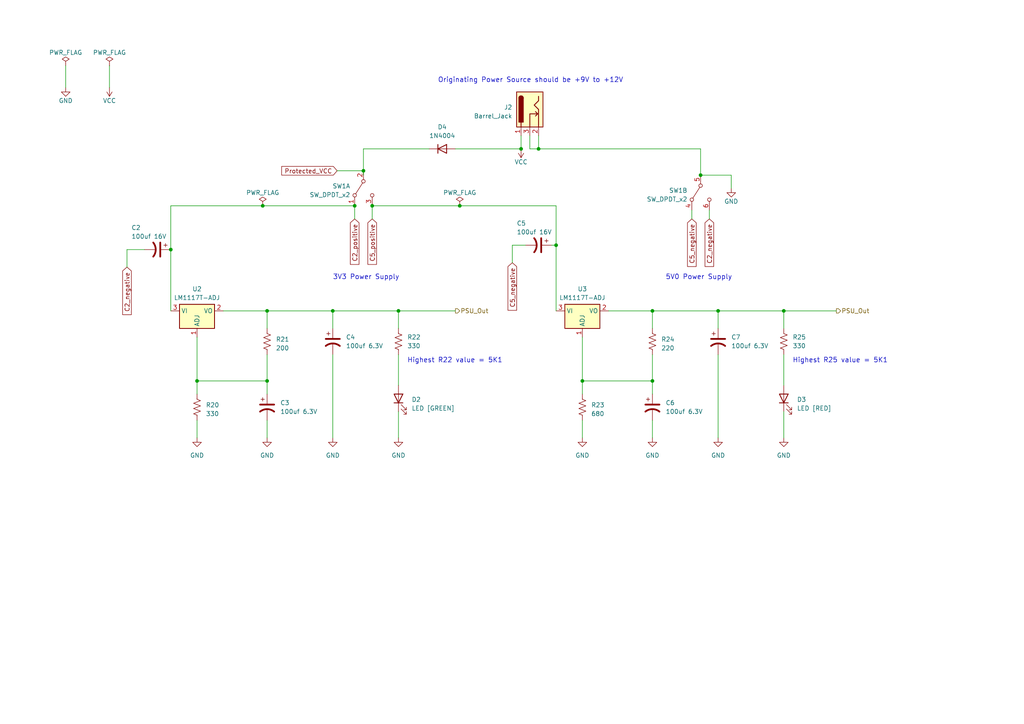
<source format=kicad_sch>
(kicad_sch (version 20230121) (generator eeschema)
  (paper "A4")
  (title_block (title "JTAG - Wiggler (Dual Power Supply Section)") (date "2023-06-04") (rev "1.2") (company "Clarissa Walker"))
  (lib_symbols
    (symbol "Connector:Barrel_Jack_Switch" (pin_names hide)
      (property "Reference" "J" (at 0 5.334 0))
      (property "Value" "Barrel_Jack_Switch" (at 0 -5.08 0))
      (symbol "Barrel_Jack_Switch_0_1"
        (rectangle (start -5.08 3.81) (end 5.08 -3.81) (stroke (width 0.254)) (fill (type background)))
        (arc (start -3.302 3.175) (mid -3.9343 2.54) (end -3.302 1.905) (stroke (width 0.254)))
        (arc (start -3.302 3.175) (mid -3.9343 2.54) (end -3.302 1.905) (stroke (width 0.254)) (fill (type outline)))
        (polyline (pts (xy 1.27 -2.286) (xy 1.905 -1.651)) (stroke (width 0.254)))
        (polyline (pts (xy 5.08 2.54) (xy 3.81 2.54)) (stroke (width 0.254)))
        (polyline (pts (xy 5.08 0) (xy 1.27 0) (xy 1.27 -2.286) (xy 0.635 -1.651)) (stroke (width 0.254)))
        (polyline (pts (xy -3.81 -2.54) (xy -2.54 -2.54) (xy -1.27 -1.27) (xy 0 -2.54) (xy 2.54 -2.54) (xy 5.08 -2.54)) (stroke (width 0.254)))
        (rectangle (start 3.683 3.175) (end -3.302 1.905) (stroke (width 0.254)) (fill (type outline)))
      )
      (symbol "Barrel_Jack_Switch_1_1"
        (pin passive line (at 7.62 2.54 180) (length 2.54) (name "~") (number "1"))
        (pin passive line (at 7.62 -2.54 180) (length 2.54) (name "~") (number "2"))
        (pin passive line (at 7.62 0 180) (length 2.54) (name "~") (number "3"))
      )
    )
    (symbol "Device:C_Polarized_US" (pin_numbers hide) (pin_names (offset 0.254) hide)
      (property "Reference" "C" (at 0.635 2.54 0))
      (property "Value" "C_Polarized_US" (at 0.635 -2.54 0))
      (symbol "C_Polarized_US_0_1"
        (polyline (pts (xy -2.032 0.762) (xy 2.032 0.762)) (stroke (width 0.508)))
        (polyline (pts (xy -1.778 2.286) (xy -0.762 2.286)))
        (polyline (pts (xy -1.27 1.778) (xy -1.27 2.794)))
        (arc (start 2.032 -1.27) (mid 0 -0.5572) (end -2.032 -1.27) (stroke (width 0.508)))
      )
      (symbol "C_Polarized_US_1_1"
        (pin passive line (at 0 3.81 270) (length 2.794) (name "~") (number "1"))
        (pin passive line (at 0 -3.81 90) (length 3.302) (name "~") (number "2"))
      )
    )
    (symbol "Device:LED" (pin_numbers hide) (pin_names (offset 1.016) hide)
      (property "Reference" "D" (at 0 2.54 0))
      (property "Value" "LED" (at 0 -2.54 0))
      (symbol "LED_0_1"
        (polyline (pts (xy -1.27 -1.27) (xy -1.27 1.27)) (stroke (width 0.254)))
        (polyline (pts (xy -1.27 0) (xy 1.27 0)))
        (polyline (pts (xy 1.27 -1.27) (xy 1.27 1.27) (xy -1.27 0) (xy 1.27 -1.27)) (stroke (width 0.254)))
        (polyline (pts (xy -3.048 -0.762) (xy -4.572 -2.286) (xy -3.81 -2.286) (xy -4.572 -2.286) (xy -4.572 -1.524)))
        (polyline (pts (xy -1.778 -0.762) (xy -3.302 -2.286) (xy -2.54 -2.286) (xy -3.302 -2.286) (xy -3.302 -1.524)))
      )
      (symbol "LED_1_1"
        (pin passive line (at -3.81 0 0) (length 2.54) (name "K") (number "1"))
        (pin passive line (at 3.81 0 180) (length 2.54) (name "A") (number "2"))
      )
    )
    (symbol "Device:R_US" (pin_numbers hide) (pin_names (offset 0))
      (property "Reference" "R" (at 2.54 0 90))
      (property "Value" "R_US" (at -2.54 0 90))
      (symbol "R_US_0_1"
        (polyline (pts (xy 0 -2.286) (xy 0 -2.54)))
        (polyline (pts (xy 0 2.286) (xy 0 2.54)))
        (polyline (pts (xy 0 -0.762) (xy 1.016 -1.143) (xy 0 -1.524) (xy -1.016 -1.905) (xy 0 -2.286)))
        (polyline (pts (xy 0 0.762) (xy 1.016 0.381) (xy 0 0) (xy -1.016 -0.381) (xy 0 -0.762)))
        (polyline (pts (xy 0 2.286) (xy 1.016 1.905) (xy 0 1.524) (xy -1.016 1.143) (xy 0 0.762)))
      )
      (symbol "R_US_1_1"
        (pin passive line (at 0 3.81 270) (length 1.27) (name "~") (number "1"))
        (pin passive line (at 0 -3.81 90) (length 1.27) (name "~") (number "2"))
      )
    )
    (symbol "Diode:1N4004" (pin_numbers hide) (pin_names hide)
      (property "Reference" "D" (at 0 2.54 0))
      (property "Value" "1N4004" (at 0 -2.54 0))
      (symbol "1N4004_0_1"
        (polyline (pts (xy -1.27 1.27) (xy -1.27 -1.27)) (stroke (width 0.254)))
        (polyline (pts (xy 1.27 0) (xy -1.27 0)))
        (polyline (pts (xy 1.27 1.27) (xy 1.27 -1.27) (xy -1.27 0) (xy 1.27 1.27)) (stroke (width 0.254)))
      )
      (symbol "1N4004_1_1"
        (pin passive line (at -3.81 0 0) (length 2.54) (name "K") (number "1"))
        (pin passive line (at 3.81 0 180) (length 2.54) (name "A") (number "2"))
      )
    )
    (symbol "Regulator_Linear:LM1117T-ADJ"
      (property "Reference" "U" (at -3.81 3.175 0))
      (property "Value" "LM1117T-ADJ" (at 0 3.175 0))
      (symbol "LM1117T-ADJ_0_1"
        (rectangle (start -5.08 -5.08) (end 5.08 1.905) (stroke (width 0.254)) (fill (type background)))
      )
      (symbol "LM1117T-ADJ_1_1"
        (pin input line (at 0 -7.62 90) (length 2.54) (name "ADJ") (number "1"))
        (pin power_out line (at 7.62 0 180) (length 2.54) (name "VO") (number "2"))
        (pin power_in line (at -7.62 0 0) (length 2.54) (name "VI") (number "3"))
      )
    )
    (symbol "Switch:SW_DPDT_x2" (pin_names (offset 0) hide)
      (property "Reference" "SW" (at 0 4.318 0))
      (property "Value" "SW_DPDT_x2" (at 0 -5.08 0))
      (symbol "SW_DPDT_x2_0_0"
        (circle (center -2.032 0) (radius 0.508))
        (circle (center 2.032 -2.54) (radius 0.508))
      )
      (symbol "SW_DPDT_x2_0_1"
        (polyline (pts (xy -1.524 0.254) (xy 1.651 2.286)))
        (circle (center 2.032 2.54) (radius 0.508))
      )
      (symbol "SW_DPDT_x2_1_1"
        (pin passive line (at 5.08 2.54 180) (length 2.54) (name "A") (number "1"))
        (pin passive line (at -5.08 0 0) (length 2.54) (name "B") (number "2"))
        (pin passive line (at 5.08 -2.54 180) (length 2.54) (name "C") (number "3"))
      )
      (symbol "SW_DPDT_x2_2_1"
        (pin passive line (at 5.08 2.54 180) (length 2.54) (name "A") (number "4"))
        (pin passive line (at -5.08 0 0) (length 2.54) (name "B") (number "5"))
        (pin passive line (at 5.08 -2.54 180) (length 2.54) (name "C") (number "6"))
      )
    )
    (symbol "power:GND" (power) (pin_names (offset 0))
      (property "Value" "GND" (at 0 -3.81 0))
      (symbol "GND_0_1"
        (polyline (pts (xy 0 0) (xy 0 -1.27) (xy 1.27 -1.27) (xy 0 -2.54) (xy -1.27 -1.27) (xy 0 -1.27)))
      )
      (symbol "GND_1_1"
        (pin power_in line (at 0 0 270) (length 0) hide (name "GND") (number "1"))
      )
    )
    (symbol "power:PWR_FLAG" (power) (pin_numbers hide) (pin_names (offset 0) hide)
      (property "Value" "PWR_FLAG" (at 0 3.81 0))
      (symbol "PWR_FLAG_0_0"
        (pin power_out line (at 0 0 90) (length 0) (name "pwr") (number "1"))
      )
      (symbol "PWR_FLAG_0_1"
        (polyline (pts (xy 0 0) (xy 0 1.27) (xy -1.016 1.905) (xy 0 2.54) (xy 1.016 1.905) (xy 0 1.27)))
      )
    )
    (symbol "power:VCC" (power) (pin_names (offset 0))
      (property "Value" "VCC" (at 0 3.81 0))
      (symbol "VCC_0_1"
        (polyline (pts (xy -0.762 1.27) (xy 0 2.54)))
        (polyline (pts (xy 0 0) (xy 0 2.54)))
        (polyline (pts (xy 0 2.54) (xy 0.762 1.27)))
      )
      (symbol "VCC_1_1"
        (pin power_in line (at 0 0 90) (length 0) hide (name "VCC") (number "1"))
      )
    )
  )
  (junction (at 102.87 59.69))
  (junction (at 168.91 110.49))
  (junction (at 77.47 110.49))
  (junction (at 77.47 90.17))
  (junction (at 156.21 43.18))
  (junction (at 57.15 110.49))
  (junction (at 203.2 50.8))
  (junction (at 161.29 71.12))
  (junction (at 49.53 72.39))
  (junction (at 227.33 90.17))
  (junction (at 208.28 90.17))
  (junction (at 105.41 49.53))
  (junction (at 189.23 110.49))
  (junction (at 189.23 90.17))
  (junction (at 151.13 43.18))
  (junction (at 133.35 59.69))
  (junction (at 76.2 59.69))
  (junction (at 107.95 59.69))
  (junction (at 115.57 90.17))
  (junction (at 96.52 90.17))
  (wire (pts (xy 96.52 90.17) (xy 115.57 90.17)))
  (wire (pts (xy 96.52 95.25) (xy 96.52 90.17)))
  (wire (pts (xy 151.13 43.18) (xy 151.13 39.37)))
  (wire (pts (xy 77.47 110.49) (xy 57.15 110.49)))
  (wire (pts (xy 115.57 102.87) (xy 115.57 111.76)))
  (wire (pts (xy 200.66 63.5) (xy 200.66 60.96)))
  (wire (pts (xy 189.23 110.49) (xy 168.91 110.49)))
  (wire (pts (xy 31.75 19.05) (xy 31.75 25.4)))
  (wire (pts (xy 208.28 90.17) (xy 227.33 90.17)))
  (wire (pts (xy 77.47 102.87) (xy 77.47 110.49)))
  (wire (pts (xy 102.87 59.69) (xy 102.87 63.5)))
  (wire (pts (xy 64.77 90.17) (xy 77.47 90.17)))
  (wire (pts (xy 77.47 114.3) (xy 77.47 110.49)))
  (wire (pts (xy 189.23 90.17) (xy 208.28 90.17)))
  (wire (pts (xy 132.08 43.18) (xy 151.13 43.18)))
  (wire (pts (xy 156.21 43.18) (xy 203.2 43.18)))
  (wire (pts (xy 76.2 59.69) (xy 102.87 59.69)))
  (wire (pts (xy 227.33 95.25) (xy 227.33 90.17)))
  (wire (pts (xy 227.33 119.38) (xy 227.33 127)))
  (wire (pts (xy 57.15 114.3) (xy 57.15 110.49)))
  (wire (pts (xy 148.59 71.12) (xy 148.59 76.2)))
  (wire (pts (xy 97.79 49.53) (xy 105.41 49.53)))
  (wire (pts (xy 161.29 59.69) (xy 161.29 71.12)))
  (wire (pts (xy 36.83 72.39) (xy 36.83 77.47)))
  (wire (pts (xy 49.53 59.69) (xy 76.2 59.69)))
  (wire (pts (xy 168.91 121.92) (xy 168.91 127)))
  (wire (pts (xy 161.29 71.12) (xy 161.29 90.17)))
  (wire (pts (xy 36.83 72.39) (xy 41.91 72.39)))
  (wire (pts (xy 115.57 95.25) (xy 115.57 90.17)))
  (wire (pts (xy 160.02 71.12) (xy 161.29 71.12)))
  (wire (pts (xy 57.15 97.79) (xy 57.15 110.49)))
  (wire (pts (xy 19.05 19.05) (xy 19.05 25.4)))
  (wire (pts (xy 203.2 50.8) (xy 203.2 43.18)))
  (wire (pts (xy 107.95 59.69) (xy 133.35 59.69)))
  (wire (pts (xy 189.23 102.87) (xy 189.23 110.49)))
  (wire (pts (xy 115.57 90.17) (xy 132.08 90.17)))
  (wire (pts (xy 115.57 119.38) (xy 115.57 127)))
  (wire (pts (xy 133.35 59.69) (xy 161.29 59.69)))
  (wire (pts (xy 168.91 97.79) (xy 168.91 110.49)))
  (wire (pts (xy 49.53 72.39) (xy 49.53 90.17)))
  (wire (pts (xy 124.46 43.18) (xy 105.41 43.18)))
  (wire (pts (xy 49.53 72.39) (xy 49.53 59.69)))
  (wire (pts (xy 205.74 60.96) (xy 205.74 63.5)))
  (wire (pts (xy 152.4 71.12) (xy 148.59 71.12)))
  (wire (pts (xy 77.47 95.25) (xy 77.47 90.17)))
  (wire (pts (xy 189.23 114.3) (xy 189.23 110.49)))
  (wire (pts (xy 57.15 121.92) (xy 57.15 127)))
  (wire (pts (xy 77.47 121.92) (xy 77.47 127)))
  (wire (pts (xy 156.21 43.18) (xy 156.21 39.37)))
  (wire (pts (xy 176.53 90.17) (xy 189.23 90.17)))
  (wire (pts (xy 96.52 102.87) (xy 96.52 127)))
  (wire (pts (xy 153.67 39.37) (xy 153.67 43.18)))
  (wire (pts (xy 227.33 90.17) (xy 242.57 90.17)))
  (wire (pts (xy 208.28 95.25) (xy 208.28 90.17)))
  (wire (pts (xy 189.23 95.25) (xy 189.23 90.17)))
  (wire (pts (xy 227.33 102.87) (xy 227.33 111.76)))
  (wire (pts (xy 105.41 43.18) (xy 105.41 49.53)))
  (wire (pts (xy 77.47 90.17) (xy 96.52 90.17)))
  (wire (pts (xy 212.09 50.8) (xy 203.2 50.8)))
  (wire (pts (xy 153.67 43.18) (xy 156.21 43.18)))
  (wire (pts (xy 168.91 114.3) (xy 168.91 110.49)))
  (wire (pts (xy 105.41 50.8) (xy 105.41 49.53)))
  (wire (pts (xy 212.09 54.61) (xy 212.09 50.8)))
  (wire (pts (xy 107.95 59.69) (xy 107.95 63.5)))
  (wire (pts (xy 189.23 121.92) (xy 189.23 127)))
  (wire (pts (xy 208.28 102.87) (xy 208.28 127)))
  (text "3V3 Power Supply" (at 96.52 81.28 0) (effects (font (size 1.4 1.4)) (justify left bottom)))
  (text "5V0 Power Supply" (at 193.04 81.28 0) (effects (font (size 1.4 1.4)) (justify left bottom)))
  (text "Originating Power Source should be +9V to +12V" (at 127 24.13 0) (effects (font (size 1.4 1.4)) (justify left bottom)))
  (text "Highest R22 value = 5K1" (at 118.11 105.41 0) (effects (font (size 1.4 1.4)) (justify left bottom)))
  (text "Highest R25 value = 5K1" (at 229.87 105.41 0) (effects (font (size 1.4 1.4)) (justify left bottom)))
  (global_label "C2_positive" (shape input) (at 102.87 63.5 270) (property "Intersheetrefs" "${INTERSHEET_REFS}" (effects hide)))
  (global_label "C5_negative" (shape input) (at 200.66 63.5 270) (property "Intersheetrefs" "${INTERSHEET_REFS}" (effects hide)))
  (global_label "C5_negative" (shape input) (at 148.59 76.2 270) (property "Intersheetrefs" "${INTERSHEET_REFS}" (effects hide)))
  (global_label "C2_negative" (shape input) (at 205.74 63.5 270) (property "Intersheetrefs" "${INTERSHEET_REFS}" (effects hide)))
  (global_label "C2_negative" (shape input) (at 36.83 77.47 270) (property "Intersheetrefs" "${INTERSHEET_REFS}" (effects hide)))
  (global_label "C5_positive" (shape input) (at 107.95 63.5 270) (property "Intersheetrefs" "${INTERSHEET_REFS}" (effects hide)))
  (global_label "Protected_VCC" (shape input) (at 97.79 49.53 180) (property "Intersheetrefs" "${INTERSHEET_REFS}" (effects hide)))
  (hierarchical_label "PSU_Out" (shape output) (at 242.57 90.17 0))
  (hierarchical_label "PSU_Out" (shape output) (at 132.08 90.17 0))
  (symbol (lib_id "Device:C_Polarized_US") (at 189.23 118.11 0) (unit 1)
    (property "Reference" "C6" (at 193.04 116.84 0) (effects (justify left)))
    (property "Value" "100uf 6.3V" (at 193.04 119.38 0) (effects (justify left)))
    (instances (project "jtag-wiggler" (path "" (reference "C6") (unit 1))) (project "power-supply" (path "" (reference "C5") (unit 1))))
  )
  (symbol (lib_id "Device:LED") (at 227.33 115.57 90) (unit 1)
    (property "Reference" "D3" (at 231.14 115.8875 90) (effects (justify right)))
    (property "Value" "LED [RED]" (at 231.14 118.4275 90) (effects (justify right)))
    (instances (project "jtag-wiggler" (path "" (reference "D3") (unit 1))) (project "power-supply" (path "" (reference "D2") (unit 1))))
  )
  (symbol (lib_id "Regulator_Linear:LM1117T-ADJ") (at 168.91 90.17 0) (unit 1)
    (property "Reference" "U3" (at 168.91 83.82 0))
    (property "Value" "LM1117T-ADJ" (at 168.91 86.36 0))
    (property "Footprint" "Package_TO_SOT_THT:TO-220-3_Vertical" (effects hide))
    (property "Datasheet" "http://www.ti.com/lit/ds/symlink/lm1117.pdf" (effects hide))
    (instances (project "jtag-wiggler" (path "" (reference "U3") (unit 1))) (project "power-supply" (path "" (reference "U2") (unit 1))))
  )
  (symbol (lib_id "power:GND") (at 57.15 127 0) (unit 1)
    (property "Reference" "#PWR011" (effects hide))
    (property "Value" "GND" (at 57.15 132.08 0))
    (instances (project "jtag-wiggler" (path "" (reference "#PWR011") (unit 1))) (project "power-supply" (path "" (reference "#PWR01") (unit 1))))
  )
  (symbol (lib_id "power:GND") (at 208.28 127 0) (unit 1)
    (property "Reference" "#PWR022" (effects hide))
    (property "Value" "GND" (at 208.28 132.08 0))
    (instances (project "jtag-wiggler" (path "" (reference "#PWR022") (unit 1))) (project "power-supply" (path "" (reference "#PWR07") (unit 1))))
  )
  (symbol (lib_id "power:GND") (at 212.09 54.61 0) (unit 1)
    (property "Reference" "#PWR07" (effects hide))
    (property "Value" "GND" (at 212.09 58.42 0))
    (instances (project "jtag-wiggler" (path "" (reference "#PWR07") (unit 1))) (project "power-supply" (path "" (reference "#PWR010") (unit 1))))
  )
  (symbol (lib_id "Device:LED") (at 115.57 115.57 90) (unit 1)
    (property "Reference" "D2" (at 119.38 115.8875 90) (effects (justify right)))
    (property "Value" "LED [GREEN]" (at 119.38 118.4275 90) (effects (justify right)))
    (instances (project "jtag-wiggler" (path "" (reference "D2") (unit 1))) (project "power-supply" (path "" (reference "D1") (unit 1))))
  )
  (symbol (lib_id "Device:C_Polarized_US") (at 208.28 99.06 0) (unit 1)
    (property "Reference" "C7" (at 212.09 97.79 0) (effects (justify left)))
    (property "Value" "100uf 6.3V" (at 212.09 100.33 0) (effects (justify left)))
    (instances (project "jtag-wiggler" (path "" (reference "C7") (unit 1))) (project "power-supply" (path "" (reference "C6") (unit 1))))
  )
  (symbol (lib_id "power:GND") (at 227.33 127 0) (unit 1)
    (property "Reference" "#PWR023" (effects hide))
    (property "Value" "GND" (at 227.33 132.08 0))
    (instances (project "jtag-wiggler" (path "" (reference "#PWR023") (unit 1))) (project "power-supply" (path "" (reference "#PWR08") (unit 1))))
  )
  (symbol (lib_id "power:VCC") (at 31.75 25.4 0) (mirror x) (unit 1)
    (property "Reference" "#PWR010" (effects hide))
    (property "Value" "VCC" (at 31.75 29.21 0))
  )
  (symbol (lib_id "Device:R_US") (at 77.47 99.06 0) (unit 1)
    (property "Reference" "R21" (at 80.01 98.425 0) (effects (justify left)))
    (property "Value" "200" (at 80.01 100.965 0) (effects (justify left)))
    (instances (project "jtag-wiggler" (path "" (reference "R21") (unit 1))) (project "power-supply" (path "" (reference "R1") (unit 1))))
  )
  (symbol (lib_id "Diode:1N4004") (at 128.27 43.18 0) (unit 1)
    (property "Reference" "D4" (at 128.27 36.83 0))
    (property "Value" "1N4004" (at 128.27 39.37 0))
    (property "Footprint" "Diode_THT:D_DO-41_SOD81_P10.16mm_Horizontal" (effects hide))
    (property "Datasheet" "http://www.vishay.com/docs/88503/1n4001.pdf" (effects hide))
    (property "Sim.Device" "D" (effects hide))
    (property "Sim.Pins" "1=K 2=A" (effects hide))
    (instances (project "jtag-wiggler" (path "" (reference "D4") (unit 1))) (project "power-supply" (path "" (reference "D3") (unit 1))))
  )
  (symbol (lib_id "power:GND") (at 168.91 127 0) (unit 1)
    (property "Reference" "#PWR018" (effects hide))
    (property "Value" "GND" (at 168.91 132.08 0))
    (instances (project "jtag-wiggler" (path "" (reference "#PWR018") (unit 1))) (project "power-supply" (path "" (reference "#PWR05") (unit 1))))
  )
  (symbol (lib_id "power:GND") (at 189.23 127 0) (unit 1)
    (property "Reference" "#PWR019" (effects hide))
    (property "Value" "GND" (at 189.23 132.08 0))
    (instances (project "jtag-wiggler" (path "" (reference "#PWR019") (unit 1))) (project "power-supply" (path "" (reference "#PWR06") (unit 1))))
  )
  (symbol (lib_id "Device:R_US") (at 115.57 99.06 0) (unit 1)
    (property "Reference" "R22" (at 118.11 97.79 0) (effects (justify left)))
    (property "Value" "330" (at 118.11 100.33 0) (effects (justify left)))
    (instances (project "jtag-wiggler" (path "" (reference "R22") (unit 1))) (project "power-supply" (path "" (reference "R3") (unit 1))))
  )
  (symbol (lib_id "power:GND") (at 19.05 25.4 0) (unit 1)
    (property "Reference" "#PWR08" (effects hide))
    (property "Value" "GND" (at 19.05 29.21 0))
    (instances (project "jtag-wiggler" (path "" (reference "#PWR08") (unit 1))) (project "power-supply" (path "" (reference "#PWR013") (unit 1))))
  )
  (symbol (lib_id "Device:R_US") (at 168.91 118.11 0) (unit 1)
    (property "Reference" "R23" (at 171.45 117.475 0) (effects (justify left)))
    (property "Value" "680" (at 171.45 120.015 0) (effects (justify left)))
    (instances (project "jtag-wiggler" (path "" (reference "R23") (unit 1))) (project "power-supply" (path "" (reference "R5") (unit 1))))
  )
  (symbol (lib_id "Switch:SW_DPDT_x2") (at 105.41 54.61 90) (mirror x) (unit 1)
    (property "Reference" "SW1" (at 101.6 53.975 90) (effects (justify left)))
    (property "Value" "SW_DPDT_x2" (at 101.6 56.515 90) (effects (justify left)))
  )
  (symbol (lib_id "power:PWR_FLAG") (at 133.35 59.69 0) (unit 1)
    (property "Reference" "#FLG04" (effects hide))
    (property "Value" "PWR_FLAG" (at 133.35 55.88 0))
    (instances (project "jtag-wiggler" (path "" (reference "#FLG04") (unit 1))) (project "power-supply" (path "" (reference "#FLG01") (unit 1))))
  )
  (symbol (lib_id "Device:C_Polarized_US") (at 77.47 118.11 0) (unit 1)
    (property "Reference" "C3" (at 81.28 116.84 0) (effects (justify left)))
    (property "Value" "100uf 6.3V" (at 81.28 119.38 0) (effects (justify left)))
    (instances (project "jtag-wiggler" (path "" (reference "C3") (unit 1))) (project "power-supply" (path "" (reference "C2") (unit 1))))
  )
  (symbol (lib_id "Device:C_Polarized_US") (at 45.72 72.39 270) (unit 1)
    (property "Reference" "C2" (at 38.1 66.04 90) (effects (justify left)))
    (property "Value" "100uf 16V" (at 38.1 68.58 90) (effects (justify left)))
    (instances (project "jtag-wiggler" (path "" (reference "C2") (unit 1))) (project "power-supply" (path "" (reference "C1") (unit 1))))
  )
  (symbol (lib_id "Device:R_US") (at 227.33 99.06 0) (unit 1)
    (property "Reference" "R25" (at 229.87 97.79 0) (effects (justify left)))
    (property "Value" "330" (at 229.87 100.33 0) (effects (justify left)))
    (instances (project "jtag-wiggler" (path "" (reference "R25") (unit 1))) (project "power-supply" (path "" (reference "R6") (unit 1))))
  )
  (symbol (lib_id "power:PWR_FLAG") (at 76.2 59.69 0) (unit 1)
    (property "Reference" "#FLG05" (effects hide))
    (property "Value" "PWR_FLAG" (at 76.2 55.88 0))
    (instances (project "jtag-wiggler" (path "" (reference "#FLG05") (unit 1))) (project "power-supply" (path "" (reference "#FLG01") (unit 1))))
  )
  (symbol (lib_id "Device:R_US") (at 189.23 99.06 0) (unit 1)
    (property "Reference" "R24" (at 191.77 98.425 0) (effects (justify left)))
    (property "Value" "220" (at 191.77 100.965 0) (effects (justify left)))
    (instances (project "jtag-wiggler" (path "" (reference "R24") (unit 1))) (project "power-supply" (path "" (reference "R4") (unit 1))))
  )
  (symbol (lib_id "Device:C_Polarized_US") (at 96.52 99.06 0) (unit 1)
    (property "Reference" "C4" (at 100.33 97.79 0) (effects (justify left)))
    (property "Value" "100uf 6.3V" (at 100.33 100.33 0) (effects (justify left)))
    (instances (project "jtag-wiggler" (path "" (reference "C4") (unit 1))) (project "power-supply" (path "" (reference "C3") (unit 1))))
  )
  (symbol (lib_id "power:GND") (at 96.52 127 0) (unit 1)
    (property "Reference" "#PWR013" (effects hide))
    (property "Value" "GND" (at 96.52 132.08 0))
    (instances (project "jtag-wiggler" (path "" (reference "#PWR013") (unit 1))) (project "power-supply" (path "" (reference "#PWR03") (unit 1))))
  )
  (symbol (lib_id "Device:C_Polarized_US") (at 156.21 71.12 270) (unit 1)
    (property "Reference" "C5" (at 149.86 64.77 90) (effects (justify left)))
    (property "Value" "100uf 16V" (at 149.86 67.31 90) (effects (justify left)))
    (instances (project "jtag-wiggler" (path "" (reference "C5") (unit 1))) (project "power-supply" (path "" (reference "C4") (unit 1))))
  )
  (symbol (lib_id "power:GND") (at 77.47 127 0) (unit 1)
    (property "Reference" "#PWR012" (effects hide))
    (property "Value" "GND" (at 77.47 132.08 0))
    (instances (project "jtag-wiggler" (path "" (reference "#PWR012") (unit 1))) (project "power-supply" (path "" (reference "#PWR02") (unit 1))))
  )
  (symbol (lib_id "Device:R_US") (at 57.15 118.11 0) (unit 1)
    (property "Reference" "R20" (at 59.69 117.475 0) (effects (justify left)))
    (property "Value" "330" (at 59.69 120.015 0) (effects (justify left)))
    (instances (project "jtag-wiggler" (path "" (reference "R20") (unit 1))) (project "power-supply" (path "" (reference "R2") (unit 1))))
  )
  (symbol (lib_id "Switch:SW_DPDT_x2") (at 203.2 55.88 90) (mirror x) (unit 2)
    (property "Reference" "SW1" (at 199.39 55.245 90) (effects (justify left)))
    (property "Value" "SW_DPDT_x2" (at 199.39 57.785 90) (effects (justify left)))
  )
  (symbol (lib_id "power:VCC") (at 151.13 43.18 0) (mirror x) (unit 1)
    (property "Reference" "#PWR09" (effects hide))
    (property "Value" "VCC" (at 151.13 46.99 0))
  )
  (symbol (lib_id "power:GND") (at 115.57 127 0) (unit 1)
    (property "Reference" "#PWR016" (effects hide))
    (property "Value" "GND" (at 115.57 132.08 0))
    (instances (project "jtag-wiggler" (path "" (reference "#PWR016") (unit 1))) (project "power-supply" (path "" (reference "#PWR04") (unit 1))))
  )
  (symbol (lib_id "Connector:Barrel_Jack_Switch") (at 153.67 31.75 90) (mirror x) (unit 1)
    (property "Reference" "J2" (at 148.59 31.115 90) (effects (justify left)))
    (property "Value" "Barrel_Jack" (at 148.59 33.655 90) (effects (justify left)))
    (instances (project "jtag-wiggler" (path "" (reference "J2") (unit 1))) (project "power-supply" (path "" (reference "J1") (unit 1))))
  )
  (symbol (lib_id "power:PWR_FLAG") (at 31.75 19.05 0) (unit 1)
    (property "Reference" "#FLG02" (effects hide))
    (property "Value" "PWR_FLAG" (at 31.75 15.24 0))
    (instances (project "jtag-wiggler" (path "" (reference "#FLG02") (unit 1))) (project "power-supply" (path "" (reference "#FLG01") (unit 1))))
  )
  (symbol (lib_id "Regulator_Linear:LM1117T-ADJ") (at 57.15 90.17 0) (unit 1)
    (property "Reference" "U2" (at 57.15 83.82 0))
    (property "Value" "LM1117T-ADJ" (at 57.15 86.36 0))
    (property "Footprint" "Package_TO_SOT_THT:TO-220-3_Vertical" (effects hide))
    (property "Datasheet" "http://www.ti.com/lit/ds/symlink/lm1117.pdf" (effects hide))
    (instances (project "jtag-wiggler" (path "" (reference "U2") (unit 1))) (project "power-supply" (path "" (reference "U1") (unit 1))))
  )
  (symbol (lib_id "power:PWR_FLAG") (at 19.05 19.05 0) (unit 1)
    (property "Reference" "#FLG03" (effects hide))
    (property "Value" "PWR_FLAG" (at 19.05 15.24 0))
    (instances (project "jtag-wiggler" (path "" (reference "#FLG03") (unit 1))) (project "power-supply" (path "" (reference "#FLG01") (unit 1))))
  )
)
</source>
